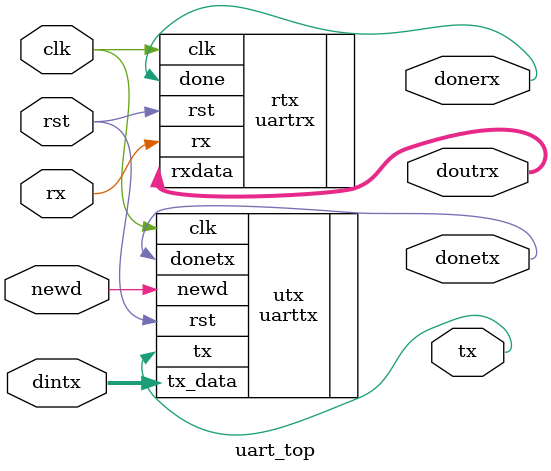
<source format=v>
`timescale 1ns / 1ps

module uart_top (
  input clk, rst,
  input rx,
  input [7:0] dintx,
  input newd,
  output tx,
  output [7:0] doutrx,
  output donetx,
  output donerx
);

  parameter clk_freq = 1000000;
  parameter baud_rate = 9600;

  // Instantiate UART Transmit module
  uarttx #(clk_freq, baud_rate) utx (
    .clk(clk),
    .rst(rst),
    .newd(newd),
    .tx(tx),
    .donetx(donetx),
    .tx_data(dintx)
  );

  // Instantiate UART Receive module
  uartrx #(clk_freq, baud_rate) rtx (
    .clk(clk),
    .rst(rst),
    .rx(rx),
    .done(donerx),
    .rxdata(doutrx)
  );

endmodule

</source>
